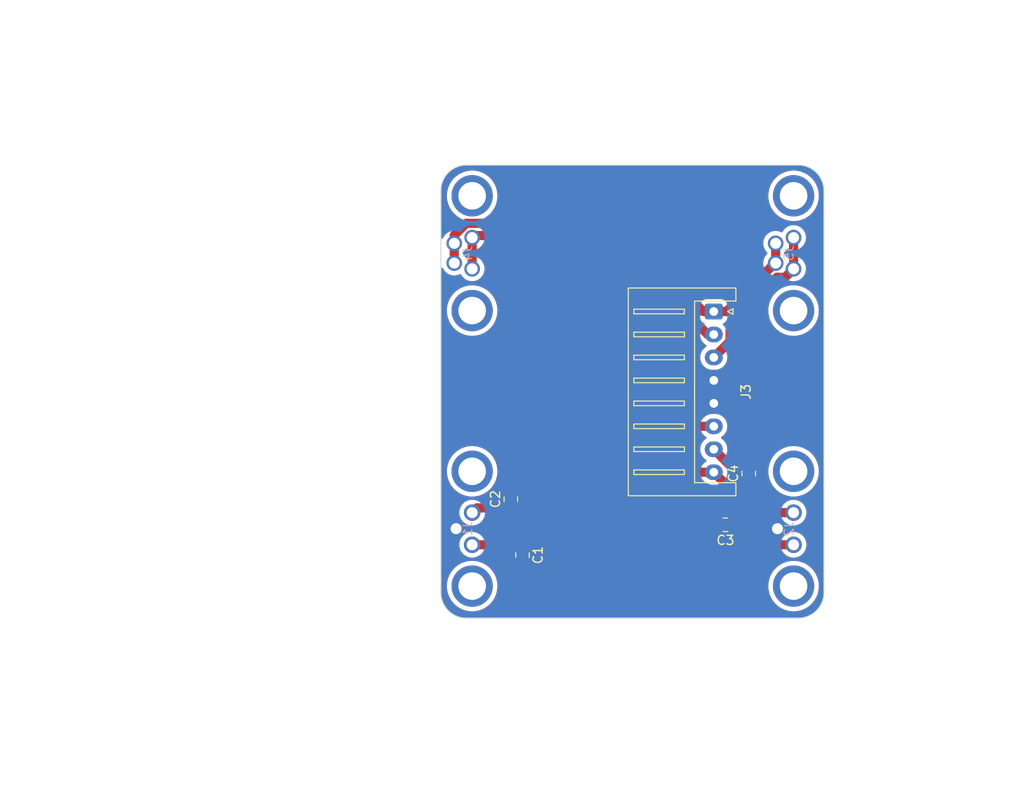
<source format=kicad_pcb>
(kicad_pcb (version 20221018) (generator pcbnew)
  (layers (0 "F.Cu" signal) (31 "B.Cu" signal) (34 "B.Paste" user) (35 "F.Paste" user) (36 "B.SilkS" user "B.Silkscreen") (37 "F.SilkS" user "F.Silkscreen") (38 "B.Mask" user) (39 "F.Mask" user) (44 "Edge.Cuts" user))
  (net 0 "")
  (net 1 "+3V3")
  (net 2 "GND")
  (net 3 "suspension_FL")
  (net 4 "suspension_FR")
  (net 5 "+5V")
  (net 6 "Wheel_L")
  (net 7 "Wheel_R")
  (footprint "Capacitor_SMD:C_0805_2012Metric" (layer "F.Cu") (at 124.714 89.154 90)
    (fp_text reference "C2" (at 0 -1.68 90) (layer "F.SilkS"))
    (fp_text value "1u")
    (fp_line (start -0.261252 -0.735) (end 0.261252 -0.735) (stroke (width 0.12)) (layer "F.SilkS"))
    (fp_line (start -0.261252 0.735) (end 0.261252 0.735) (stroke (width 0.12)) (layer "F.SilkS"))
    (pad "1" smd roundrect (at -0.95 0 90) (size 1 1.45) (layers "F.Cu" "F.Paste" "F.Mask") (net 3 "suspension_FL"))
    (pad "2" smd roundrect (at 0.95 0 90) (size 1 1.45) (layers "F.Cu" "F.Paste" "F.Mask") (net 2 "GND"))
  )
  (footprint "Connector_JST:JST_XH_S8B-XH-A_1x08_P2.50mm_Horizontal" (layer "F.Cu") (at 146.812 68.72 -90)
    (fp_text reference "J3" (at 8.75 -3.5 90) (layer "F.SilkS"))
    (fp_text value "MCU")
    (fp_line (start -2.56 -2.41) (end -1.14 -2.41) (stroke (width 0.12)) (layer "F.SilkS"))
    (fp_line (start -2.56 9.31) (end -2.56 -2.41) (stroke (width 0.12)) (layer "F.SilkS"))
    (fp_line (start -1.14 -2.41) (end -1.14 2.09) (stroke (width 0.12)) (layer "F.SilkS"))
    (fp_line (start -1.14 2.09) (end 8.75 2.09) (stroke (width 0.12)) (layer "F.SilkS"))
    (fp_line (start -0.3 -2.1) (end 0.3 -2.1) (stroke (width 0.12)) (layer "F.SilkS"))
    (fp_line (start -0.25 3.2) (end -0.25 8.7) (stroke (width 0.12)) (layer "F.SilkS"))
    (fp_line (start -0.25 8.7) (end 0.25 8.7) (stroke (width 0.12)) (layer "F.SilkS"))
    (fp_line (start 0 -1.5) (end -0.3 -2.1) (stroke (width 0.12)) (layer "F.SilkS"))
    (fp_line (start 0.25 3.2) (end -0.25 3.2) (stroke (width 0.12)) (layer "F.SilkS"))
    (fp_line (start 0.25 8.7) (end 0.25 3.2) (stroke (width 0.12)) (layer "F.SilkS"))
    (fp_line (start 0.3 -2.1) (end 0 -1.5) (stroke (width 0.12)) (layer "F.SilkS"))
    (fp_line (start 2.25 3.2) (end 2.25 8.7) (stroke (width 0.12)) (layer "F.SilkS"))
    (fp_line (start 2.25 8.7) (end 2.75 8.7) (stroke (width 0.12)) (layer "F.SilkS"))
    (fp_line (start 2.75 3.2) (end 2.25 3.2) (stroke (width 0.12)) (layer "F.SilkS"))
    (fp_line (start 2.75 8.7) (end 2.75 3.2) (stroke (width 0.12)) (layer "F.SilkS"))
    (fp_line (start 4.75 3.2) (end 4.75 8.7) (stroke (width 0.12)) (layer "F.SilkS"))
    (fp_line (start 4.75 8.7) (end 5.25 8.7) (stroke (width 0.12)) (layer "F.SilkS"))
    (fp_line (start 5.25 3.2) (end 4.75 3.2) (stroke (width 0.12)) (layer "F.SilkS"))
    (fp_line (start 5.25 8.7) (end 5.25 3.2) (stroke (width 0.12)) (layer "F.SilkS"))
    (fp_line (start 7.25 3.2) (end 7.25 8.7) (stroke (width 0.12)) (layer "F.SilkS"))
    (fp_line (start 7.25 8.7) (end 7.75 8.7) (stroke (width 0.12)) (layer "F.SilkS"))
    (fp_line (start 7.75 3.2) (end 7.25 3.2) (stroke (width 0.12)) (layer "F.SilkS"))
    (fp_line (start 7.75 8.7) (end 7.75 3.2) (stroke (width 0.12)) (layer "F.SilkS"))
    (fp_line (start 8.75 9.31) (end -2.56 9.31) (stroke (width 0.12)) (layer "F.SilkS"))
    (fp_line (start 8.75 9.31) (end 20.06 9.31) (stroke (width 0.12)) (layer "F.SilkS"))
    (fp_line (start 9.75 3.2) (end 9.75 8.7) (stroke (width 0.12)) (layer "F.SilkS"))
    (fp_line (start 9.75 8.7) (end 10.25 8.7) (stroke (width 0.12)) (layer "F.SilkS"))
    (fp_line (start 10.25 3.2) (end 9.75 3.2) (stroke (width 0.12)) (layer "F.SilkS"))
    (fp_line (start 10.25 8.7) (end 10.25 3.2) (stroke (width 0.12)) (layer "F.SilkS"))
    (fp_line (start 12.25 3.2) (end 12.25 8.7) (stroke (width 0.12)) (layer "F.SilkS"))
    (fp_line (start 12.25 8.7) (end 12.75 8.7) (stroke (width 0.12)) (layer "F.SilkS"))
    (fp_line (start 12.75 3.2) (end 12.25 3.2) (stroke (width 0.12)) (layer "F.SilkS"))
    (fp_line (start 12.75 8.7) (end 12.75 3.2) (stroke (width 0.12)) (layer "F.SilkS"))
    (fp_line (start 14.75 3.2) (end 14.75 8.7) (stroke (width 0.12)) (layer "F.SilkS"))
    (fp_line (start 14.75 8.7) (end 15.25 8.7) (stroke (width 0.12)) (layer "F.SilkS"))
    (fp_line (start 15.25 3.2) (end 14.75 3.2) (stroke (width 0.12)) (layer "F.SilkS"))
    (fp_line (start 15.25 8.7) (end 15.25 3.2) (stroke (width 0.12)) (layer "F.SilkS"))
    (fp_line (start 17.25 3.2) (end 17.25 8.7) (stroke (width 0.12)) (layer "F.SilkS"))
    (fp_line (start 17.25 8.7) (end 17.75 8.7) (stroke (width 0.12)) (layer "F.SilkS"))
    (fp_line (start 17.75 3.2) (end 17.25 3.2) (stroke (width 0.12)) (layer "F.SilkS"))
    (fp_line (start 17.75 8.7) (end 17.75 3.2) (stroke (width 0.12)) (layer "F.SilkS"))
    (fp_line (start 18.64 -2.41) (end 18.64 2.09) (stroke (width 0.12)) (layer "F.SilkS"))
    (fp_line (start 18.64 2.09) (end 8.75 2.09) (stroke (width 0.12)) (layer "F.SilkS"))
    (fp_line (start 20.06 -2.41) (end 18.64 -2.41) (stroke (width 0.12)) (layer "F.SilkS"))
    (fp_line (start 20.06 9.31) (end 20.06 -2.41) (stroke (width 0.12)) (layer "F.SilkS"))
    (pad "1" thru_hole roundrect (at 0 0 270) (size 1.7 1.95) (drill 0.95) (layers "*.Cu" "*.Mask") (roundrect_rratio 0.147059) (net 5 "+5V"))
    (pad "2" thru_hole oval (at 2.5 0 270) (size 1.7 1.95) (drill 0.95) (layers "*.Cu" "*.Mask") (net 6 "Wheel_L"))
    (pad "3" thru_hole oval (at 5 0 270) (size 1.7 1.95) (drill 0.95) (layers "*.Cu" "*.Mask") (net 7 "Wheel_R"))
    (pad "4" thru_hole oval (at 7.5 0 270) (size 1.7 1.95) (drill 0.95) (layers "*.Cu" "*.Mask") (net 2 "GND"))
    (pad "5" thru_hole oval (at 10 0 270) (size 1.7 1.95) (drill 0.95) (layers "*.Cu" "*.Mask") (net 2 "GND"))
    (pad "6" thru_hole oval (at 12.5 0 270) (size 1.7 1.95) (drill 0.95) (layers "*.Cu" "*.Mask") (net 3 "suspension_FL"))
    (pad "7" thru_hole oval (at 15 0 270) (size 1.7 1.95) (drill 0.95) (layers "*.Cu" "*.Mask") (net 4 "suspension_FR"))
    (pad "8" thru_hole oval (at 17.5 0 270) (size 1.7 1.95) (drill 0.95) (layers "*.Cu" "*.Mask") (net 1 "+3V3"))
  )
  (footprint "Capacitor_SMD:C_0805_2012Metric" (layer "F.Cu") (at 150.622 86.36 90)
    (fp_text reference "C4" (at 0 -1.68 90) (layer "F.SilkS"))
    (fp_text value "1u")
    (fp_line (start -0.261252 -0.735) (end 0.261252 -0.735) (stroke (width 0.12)) (layer "F.SilkS"))
    (fp_line (start -0.261252 0.735) (end 0.261252 0.735) (stroke (width 0.12)) (layer "F.SilkS"))
    (pad "1" smd roundrect (at -0.95 0 90) (size 1 1.45) (layers "F.Cu" "F.Paste" "F.Mask") (net 4 "suspension_FR"))
    (pad "2" smd roundrect (at 0.95 0 90) (size 1 1.45) (layers "F.Cu" "F.Paste" "F.Mask") (net 2 "GND"))
  )
  (footprint "Capacitor_SMD:C_0805_2012Metric" (layer "F.Cu") (at 125.984 95.25 -90)
    (fp_text reference "C1" (at 0 -1.68 90) (layer "F.SilkS"))
    (fp_text value "10u")
    (fp_line (start -0.261252 -0.735) (end 0.261252 -0.735) (stroke (width 0.12)) (layer "F.SilkS"))
    (fp_line (start -0.261252 0.735) (end 0.261252 0.735) (stroke (width 0.12)) (layer "F.SilkS"))
    (pad "1" smd roundrect (at -0.95 0 270) (size 1 1.45) (layers "F.Cu" "F.Paste" "F.Mask") (net 1 "+3V3"))
    (pad "2" smd roundrect (at 0.95 0 270) (size 1 1.45) (layers "F.Cu" "F.Paste" "F.Mask") (net 2 "GND"))
  )
  (footprint "Capacitor_SMD:C_0805_2012Metric" (layer "F.Cu") (at 148.082 91.948 180)
    (fp_text reference "C3" (at 0 -1.68) (layer "F.SilkS"))
    (fp_text value "10u")
    (fp_line (start -0.261252 -0.735) (end 0.261252 -0.735) (stroke (width 0.12)) (layer "F.SilkS"))
    (fp_line (start -0.261252 0.735) (end 0.261252 0.735) (stroke (width 0.12)) (layer "F.SilkS"))
    (pad "1" smd roundrect (at -0.95 0 180) (size 1 1.45) (layers "F.Cu" "F.Paste" "F.Mask") (net 1 "+3V3"))
    (pad "2" smd roundrect (at 0.95 0 180) (size 1 1.45) (layers "F.Cu" "F.Paste" "F.Mask") (net 2 "GND"))
  )
  (footprint "nturt_kicad_lib:WP-04F3-26-11" (layer "B.Cu") (at 155.502 62.37 -90)
    (fp_text reference "J5" (at 0 0.5 90 unlocked) (layer "B.SilkS") (effects (font (thickness 0.1)) (justify mirror)))
    (fp_text value "wheel right")
    (pad "1" thru_hole circle locked (at 1.7 0 270) (size 1.7 1.7) (drill 1.2) (layers "*.Cu" "*.Mask") (net 7 "Wheel_R"))
    (pad "2" thru_hole circle locked (at 1.075 1.95 270) (size 1.7 1.7) (drill 1.2) (layers "*.Cu" "*.Mask") (net 5 "+5V"))
    (pad "3" thru_hole circle locked (at -1.075 1.95 270) (size 1.7 1.7) (drill 1.2) (layers "*.Cu" "*.Mask") (net 5 "+5V"))
    (pad "4" thru_hole circle locked (at -1.7 0 270) (size 1.7 1.7) (drill 1.2) (layers "*.Cu" "*.Mask") (net 7 "Wheel_R"))
    (pad "5" thru_hole circle locked (at -6.25 0 270) (size 4.5 4.5) (drill 3) (layers "*.Cu" "*.Mask"))
    (pad "5" thru_hole circle locked (at 6.25 0 270) (size 4.5 4.5) (drill 3) (layers "*.Cu" "*.Mask"))
  )
  (footprint "nturt_kicad_lib:WP-04F3-26-11" (layer "B.Cu") (at 120.502 62.37 -90)
    (fp_text reference "J4" (at 0 0.5 90 unlocked) (layer "B.SilkS") (effects (font (thickness 0.1)) (justify mirror)))
    (fp_text value "wheel left")
    (pad "1" thru_hole circle locked (at 1.7 0 270) (size 1.7 1.7) (drill 1.2) (layers "*.Cu" "*.Mask") (net 6 "Wheel_L"))
    (pad "2" thru_hole circle locked (at 1.075 1.95 270) (size 1.7 1.7) (drill 1.2) (layers "*.Cu" "*.Mask") (net 5 "+5V"))
    (pad "3" thru_hole circle locked (at -1.075 1.95 270) (size 1.7 1.7) (drill 1.2) (layers "*.Cu" "*.Mask") (net 5 "+5V"))
    (pad "4" thru_hole circle locked (at -1.7 0 270) (size 1.7 1.7) (drill 1.2) (layers "*.Cu" "*.Mask") (net 6 "Wheel_L"))
    (pad "5" thru_hole circle locked (at -6.25 0 270) (size 4.5 4.5) (drill 3) (layers "*.Cu" "*.Mask"))
    (pad "5" thru_hole circle locked (at 6.25 0 270) (size 4.5 4.5) (drill 3) (layers "*.Cu" "*.Mask"))
  )
  (footprint "nturt_kicad_lib:WP-03F3-09-11" (layer "B.Cu") (at 155.502 92.37 -90)
    (fp_text reference "J2" (at 0 0.5 90 unlocked) (layer "B.SilkS") (effects (font (thickness 0.1)) (justify mirror)))
    (fp_text value "suspension right")
    (pad "1" thru_hole circle locked (at 1.75 0 270) (size 1.8 1.8) (drill 1.2) (layers "*.Cu" "*.Mask") (net 1 "+3V3"))
    (pad "3" thru_hole circle locked (at -1.75 0 270) (size 1.8 1.8) (drill 1.2) (layers "*.Cu" "*.Mask") (net 4 "suspension_FR"))
    (pad "4" thru_hole circle locked (at 0 1.75 270) (size 1.8 1.8) (drill 1.2) (layers "*.Cu" "*.Mask") (net 2 "GND"))
    (pad "5" thru_hole circle locked (at -6.25 0 270) (size 4.5 4.5) (drill 3) (layers "*.Cu" "*.Mask"))
    (pad "5" thru_hole circle locked (at 6.25 0 270) (size 4.5 4.5) (drill 3) (layers "*.Cu" "*.Mask"))
  )
  (footprint "nturt_kicad_lib:WP-03F3-09-11" (layer "B.Cu") (at 120.502 92.37 -90)
    (fp_text reference "J1" (at 0 0.5 90 unlocked) (layer "B.SilkS") (effects (font (thickness 0.1)) (justify mirror)))
    (fp_text value "suspension left")
    (pad "1" thru_hole circle (at 1.75 0 270) (size 1.8 1.8) (drill 1.2) (layers "*.Cu" "*.Mask") (net 1 "+3V3"))
    (pad "3" thru_hole circle (at -1.75 0 270) (size 1.8 1.8) (drill 1.2) (layers "*.Cu" "*.Mask") (net 3 "suspension_FL"))
    (pad "4" thru_hole circle (at 0 1.75 270) (size 1.8 1.8) (drill 1.2) (layers "*.Cu" "*.Mask") (net 2 "GND"))
    (pad "5" thru_hole circle (at -6.25 0 270) (size 4.5 4.5) (drill 3) (layers "*.Cu" "*.Mask"))
    (pad "5" thru_hole circle (at 6.25 0 270) (size 4.5 4.5) (drill 3) (layers "*.Cu" "*.Mask"))
  )
  (gr_line (start 117.093999 55.569656) (end 117.093999 99.314001) (stroke (width 0.1)) (layer "Edge.Cuts"))
  (gr_arc (start 119.887999 102.108001) (mid 117.912343 101.289657) (end 117.093999 99.314001) (stroke (width 0.1)) (layer "Edge.Cuts"))
  (gr_arc (start 158.806344 99.314001) (mid 157.988 101.289657) (end 156.012344 102.108001) (stroke (width 0.1)) (layer "Edge.Cuts"))
  (gr_line (start 156.012344 52.775656) (end 119.887999 52.775656) (stroke (width 0.1)) (layer "Edge.Cuts"))
  (gr_arc (start 156.012344 52.775656) (mid 157.988 53.594) (end 158.806344 55.569656) (stroke (width 0.1)) (layer "Edge.Cuts"))
  (gr_line (start 158.806344 99.314001) (end 158.806344 55.569656) (stroke (width 0.1)) (layer "Edge.Cuts"))
  (gr_arc (start 117.093999 55.569656) (mid 117.912343 53.594) (end 119.887999 52.775656) (stroke (width 0.1)) (layer "Edge.Cuts"))
  (gr_line (start 119.887999 102.108001) (end 156.012344 102.108001) (stroke (width 0.1)) (layer "Edge.Cuts"))
  (segment (start 125.804 94.12) (end 125.984 94.3) (width 1) (layer "F.Cu") (net 1))
  (segment (start 125.984 94.3) (end 126.172 94.3) (width 1) (layer "F.Cu") (net 1))
  (segment (start 120.502 94.12) (end 125.804 94.12) (width 1) (layer "F.Cu") (net 1))
  (segment (start 126.172 94.3) (end 134.252 86.22) (width 1) (layer "F.Cu") (net 1))
  (segment (start 134.252 86.22) (end 146.812 86.22) (width 1) (layer "F.Cu") (net 1))
  (segment (start 151.204 94.12) (end 155.502 94.12) (width 1) (layer "F.Cu") (net 1))
  (segment (start 149.032 88.44) (end 149.032 91.948) (width 1) (layer "F.Cu") (net 1))
  (segment (start 149.032 91.948) (end 151.204 94.12) (width 1) (layer "F.Cu") (net 1))
  (segment (start 146.812 86.22) (end 149.032 88.44) (width 1) (layer "F.Cu") (net 1))
  (segment (start 121.018 90.104) (end 120.502 90.62) (width 1) (layer "F.Cu") (net 3))
  (segment (start 134.934 81.22) (end 146.812 81.22) (width 1) (layer "F.Cu") (net 3))
  (segment (start 126.05 90.104) (end 134.934 81.22) (width 1) (layer "F.Cu") (net 3))
  (segment (start 124.714 90.104) (end 126.05 90.104) (width 1) (layer "F.Cu") (net 3))
  (segment (start 124.714 90.104) (end 121.018 90.104) (width 1) (layer "F.Cu") (net 3))
  (segment (start 150.622 87.63) (end 153.612 90.62) (width 1) (layer "F.Cu") (net 4))
  (segment (start 150.622 87.31) (end 150.622 87.63) (width 1) (layer "F.Cu") (net 4))
  (segment (start 150.622 87.31) (end 150.402 87.31) (width 1) (layer "F.Cu") (net 4))
  (segment (start 153.612 90.62) (end 155.502 90.62) (width 1) (layer "F.Cu") (net 4))
  (segment (start 150.402 87.31) (end 146.812 83.72) (width 1) (layer "F.Cu") (net 4))
  (segment (start 153.552 63.445) (end 153.471 63.445) (width 1) (layer "F.Cu") (net 5))
  (segment (start 118.552 61.295) (end 118.552 63.445) (width 1) (layer "F.Cu") (net 5))
  (segment (start 136.082 59.12) (end 145.682 68.72) (width 1) (layer "F.Cu") (net 5))
  (segment (start 153.471 63.445) (end 148.196 68.72) (width 1) (layer "F.Cu") (net 5))
  (segment (start 148.196 68.72) (end 146.812 68.72) (width 1) (layer "F.Cu") (net 5))
  (segment (start 118.552 60.427968) (end 119.859968 59.12) (width 1) (layer "F.Cu") (net 5))
  (segment (start 153.552 61.295) (end 153.552 63.445) (width 1) (layer "F.Cu") (net 5))
  (segment (start 118.552 61.295) (end 118.552 60.427968) (width 1) (layer "F.Cu") (net 5))
  (segment (start 119.859968 59.12) (end 136.082 59.12) (width 1) (layer "F.Cu") (net 5))
  (segment (start 145.682 68.72) (end 146.812 68.72) (width 1) (layer "F.Cu") (net 5))
  (segment (start 146.15 71.22) (end 135.382 60.452) (width 1) (layer "F.Cu") (net 6))
  (segment (start 120.72 60.452) (end 120.502 60.67) (width 1) (layer "F.Cu") (net 6))
  (segment (start 146.812 71.22) (end 146.15 71.22) (width 1) (layer "F.Cu") (net 6))
  (segment (start 120.502 64.07) (end 120.502 60.67) (width 1) (layer "F.Cu") (net 6))
  (segment (start 135.382 60.452) (end 120.72 60.452) (width 1) (layer "F.Cu") (net 6))
  (segment (start 155.502 64.07) (end 154.577 64.995) (width 1) (layer "F.Cu") (net 7))
  (segment (start 154.577 64.995) (end 153.699 64.995) (width 1) (layer "F.Cu") (net 7))
  (segment (start 148.59 70.104) (end 148.59 71.942) (width 1) (layer "F.Cu") (net 7))
  (segment (start 148.59 71.942) (end 146.812 73.72) (width 1) (layer "F.Cu") (net 7))
  (segment (start 153.699 64.995) (end 148.59 70.104) (width 1) (layer "F.Cu") (net 7))
  (segment (start 155.502 60.67) (end 155.502 64.07) (width 1) (layer "F.Cu") (net 7))
  (zone (net 2) (net_name "GND") (layers "F&B.Cu") (connect_pads yes (clearance 0.5)) (min_thickness 0.25) (fill yes (thermal_gap 0.5) (thermal_bridge_width 0.5))
    (polygon (pts (xy 180.594 45.974) (xy 180.086 120.396) (xy 92.71 118.11) (xy 69.088 34.798)))
  )
)
</source>
